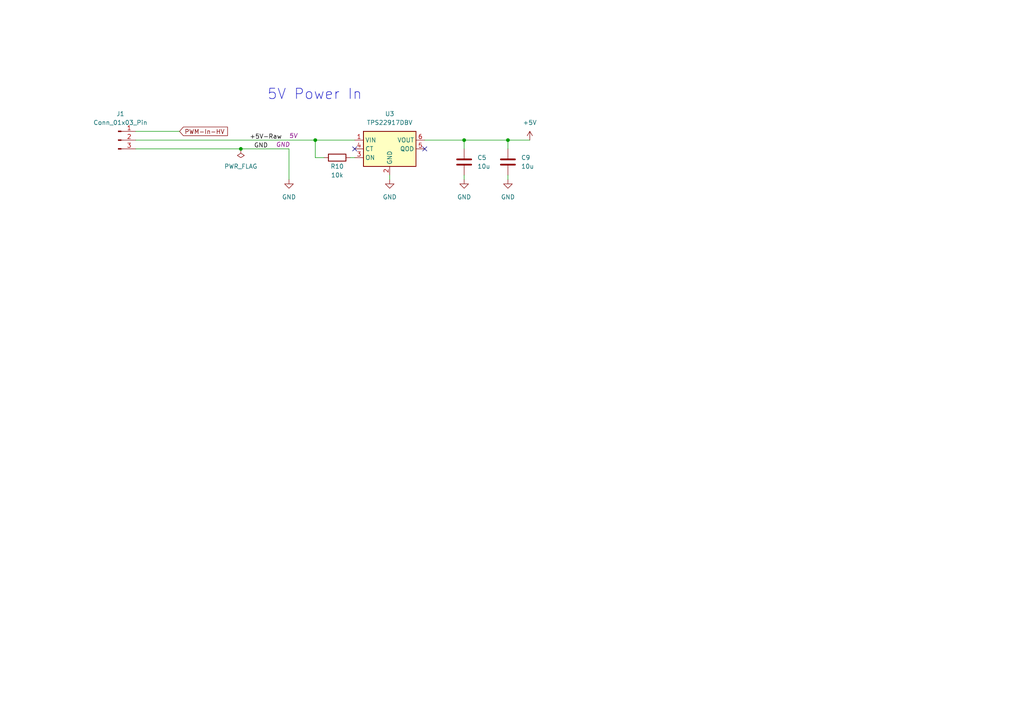
<source format=kicad_sch>
(kicad_sch (version 20230121) (generator eeschema)
  (paper "A4")
  (title_block (title "Hydrofoil Control") (date "2023-09-04") (rev "v1.1") (company "Tamás Nagy"))
  (lib_symbols
    (symbol "Connector:Conn_01x03_Pin" (pin_names (offset 1.016) hide)
      (property "Reference" "J" (at 0 5.08 0))
      (property "Value" "Conn_01x03_Pin" (at 0 -5.08 0))
      (symbol "Conn_01x03_Pin_1_1"
        (polyline (pts (xy 1.27 -2.54) (xy 0.8636 -2.54)) (stroke (width 0.1524)))
        (polyline (pts (xy 1.27 0) (xy 0.8636 0)) (stroke (width 0.1524)))
        (polyline (pts (xy 1.27 2.54) (xy 0.8636 2.54)) (stroke (width 0.1524)))
        (rectangle (start 0.8636 -2.413) (end 0 -2.667) (stroke (width 0.1524)) (fill (type outline)))
        (rectangle (start 0.8636 0.127) (end 0 -0.127) (stroke (width 0.1524)) (fill (type outline)))
        (rectangle (start 0.8636 2.667) (end 0 2.413) (stroke (width 0.1524)) (fill (type outline)))
        (pin passive line (at 5.08 2.54 180) (length 3.81) (name "Pin_1") (number "1"))
        (pin passive line (at 5.08 0 180) (length 3.81) (name "Pin_2") (number "2"))
        (pin passive line (at 5.08 -2.54 180) (length 3.81) (name "Pin_3") (number "3"))
      )
    )
    (symbol "Device:C" (pin_numbers hide) (pin_names (offset 0.254))
      (property "Reference" "C" (at 0.635 2.54 0))
      (property "Value" "C" (at 0.635 -2.54 0))
      (symbol "C_0_1"
        (polyline (pts (xy -2.032 -0.762) (xy 2.032 -0.762)) (stroke (width 0.508)))
        (polyline (pts (xy -2.032 0.762) (xy 2.032 0.762)) (stroke (width 0.508)))
      )
      (symbol "C_1_1"
        (pin passive line (at 0 3.81 270) (length 2.794) (name "~") (number "1"))
        (pin passive line (at 0 -3.81 90) (length 2.794) (name "~") (number "2"))
      )
    )
    (symbol "Device:R" (pin_numbers hide) (pin_names (offset 0))
      (property "Reference" "R" (at 2.032 0 90))
      (property "Value" "R" (at 0 0 90))
      (symbol "R_0_1"
        (rectangle (start -1.016 -2.54) (end 1.016 2.54) (stroke (width 0.254)))
      )
      (symbol "R_1_1"
        (pin passive line (at 0 3.81 270) (length 1.27) (name "~") (number "1"))
        (pin passive line (at 0 -3.81 90) (length 1.27) (name "~") (number "2"))
      )
    )
    (symbol "Power_Management:TPS22917DBV"
      (property "Reference" "U" (at -6.35 6.35 0))
      (property "Value" "TPS22917DBV" (at 2.54 6.35 0))
      (symbol "TPS22917DBV_0_1"
        (rectangle (start -7.62 5.08) (end 7.62 -5.08) (stroke (width 0.254)) (fill (type background)))
      )
      (symbol "TPS22917DBV_1_1"
        (pin power_in line (at -10.16 2.54 0) (length 2.54) (name "VIN") (number "1"))
        (pin power_in line (at 0 -7.62 90) (length 2.54) (name "GND") (number "2"))
        (pin input line (at -10.16 -2.54 0) (length 2.54) (name "ON") (number "3"))
        (pin output line (at -10.16 0 0) (length 2.54) (name "CT") (number "4"))
        (pin open_collector line (at 10.16 0 180) (length 2.54) (name "QOD") (number "5"))
        (pin power_out line (at 10.16 2.54 180) (length 2.54) (name "VOUT") (number "6"))
      )
    )
    (symbol "power:+5V" (power) (pin_names (offset 0))
      (property "Value" "+5V" (at 0 3.556 0))
      (symbol "+5V_0_1"
        (polyline (pts (xy -0.762 1.27) (xy 0 2.54)))
        (polyline (pts (xy 0 0) (xy 0 2.54)))
        (polyline (pts (xy 0 2.54) (xy 0.762 1.27)))
      )
      (symbol "+5V_1_1"
        (pin power_in line (at 0 0 90) (length 0) hide (name "+5V") (number "1"))
      )
    )
    (symbol "power:GND" (power) (pin_names (offset 0))
      (property "Value" "GND" (at 0 -3.81 0))
      (symbol "GND_0_1"
        (polyline (pts (xy 0 0) (xy 0 -1.27) (xy 1.27 -1.27) (xy 0 -2.54) (xy -1.27 -1.27) (xy 0 -1.27)))
      )
      (symbol "GND_1_1"
        (pin power_in line (at 0 0 270) (length 0) hide (name "GND") (number "1"))
      )
    )
    (symbol "power:PWR_FLAG" (power) (pin_numbers hide) (pin_names (offset 0) hide)
      (property "Value" "PWR_FLAG" (at 0 3.81 0))
      (symbol "PWR_FLAG_0_0"
        (pin power_out line (at 0 0 90) (length 0) (name "pwr") (number "1"))
      )
      (symbol "PWR_FLAG_0_1"
        (polyline (pts (xy 0 0) (xy 0 1.27) (xy -1.016 1.905) (xy 0 2.54) (xy 1.016 1.905) (xy 0 1.27)))
      )
    )
  )
  (junction (at 91.44 40.64))
  (junction (at 147.32 40.64))
  (junction (at 69.85 43.18))
  (junction (at 134.62 40.64))
  (no_connect (at 123.19 43.18))
  (no_connect (at 102.87 43.18))
  (wire (pts (xy 147.32 40.64) (xy 153.67 40.64)))
  (wire (pts (xy 123.19 40.64) (xy 134.62 40.64)))
  (wire (pts (xy 134.62 40.64) (xy 147.32 40.64)))
  (wire (pts (xy 113.03 50.8) (xy 113.03 52.07)))
  (wire (pts (xy 91.44 40.64) (xy 102.87 40.64)))
  (wire (pts (xy 39.37 43.18) (xy 69.85 43.18)))
  (wire (pts (xy 93.98 45.72) (xy 91.44 45.72)))
  (wire (pts (xy 101.6 45.72) (xy 102.87 45.72)))
  (wire (pts (xy 134.62 50.8) (xy 134.62 52.07)))
  (wire (pts (xy 39.37 38.1) (xy 52.07 38.1)))
  (wire (pts (xy 147.32 50.8) (xy 147.32 52.07)))
  (wire (pts (xy 134.62 40.64) (xy 134.62 43.18)))
  (wire (pts (xy 39.37 40.64) (xy 91.44 40.64)))
  (wire (pts (xy 147.32 40.64) (xy 147.32 43.18)))
  (wire (pts (xy 83.82 43.18) (xy 83.82 52.07)))
  (wire (pts (xy 69.85 43.18) (xy 83.82 43.18)))
  (wire (pts (xy 91.44 45.72) (xy 91.44 40.64)))
  (text "5V Power In" (at 77.47 29.21 0) (effects (font (size 3 3)) (justify left bottom)))
  (label "GND" (at 73.66 43.18 0) (property "Netclass" "GND" (at 80.01 41.91 0) (effects (font italic) (justify left))))
  (label "+5V-Raw" (at 72.39 40.64 0) (property "Netclass" "5V" (at 83.82 39.37 0) (effects (font italic) (justify left))))
  (global_label "PWM-In-HV" (shape input) (at 52.07 38.1 0) (property "Intersheetrefs" "${INTERSHEET_REFS}" (effects hide)) (property "Netclass" "Default" (effects hide)))
  (symbol (lib_id "Connector:Conn_01x03_Pin") (at 34.29 40.64 0) (unit 1) (in_bom no)
    (property "Reference" "J1" (at 34.925 33.02 0))
    (property "Value" "Conn_01x03_Pin" (at 34.925 35.56 0))
    (property "Footprint" "Custom_Footprints:Solder_Connector" (effects hide))
  )
  (symbol (lib_id "Device:R") (at 97.79 45.72 270) (unit 1)
    (property "Reference" "R10" (at 97.79 48.26 90))
    (property "Value" "10k" (at 97.79 50.8 90))
    (property "Footprint" "Resistor_SMD:R_0402_1005Metric_Pad0.72x0.64mm_HandSolder" (effects hide))
    (property "MPN" "0402WGF1002TCE" (effects hide))
  )
  (symbol (lib_id "power:GND") (at 113.03 52.07 0) (unit 1)
    (property "Reference" "#PWR022" (effects hide))
    (property "Value" "GND" (at 113.03 57.15 0))
  )
  (symbol (lib_id "power:GND") (at 134.62 52.07 0) (unit 1)
    (property "Reference" "#PWR023" (effects hide))
    (property "Value" "GND" (at 134.62 57.15 0))
  )
  (symbol (lib_id "Device:C") (at 134.62 46.99 0) (unit 1)
    (property "Reference" "C5" (at 138.43 45.72 0) (effects (justify left)))
    (property "Value" "10u" (at 138.43 48.26 0) (effects (justify left)))
    (property "Footprint" "Capacitor_SMD:C_0402_1005Metric_Pad0.74x0.62mm_HandSolder" (effects hide))
    (property "MPN" "CL05A106MP5NUNC" (effects hide))
  )
  (symbol (lib_id "power:PWR_FLAG") (at 69.85 43.18 180) (unit 1)
    (property "Reference" "#FLG01" (effects hide))
    (property "Value" "PWR_FLAG" (at 69.85 48.26 0))
  )
  (symbol (lib_id "power:+5V") (at 153.67 40.64 0) (unit 1)
    (property "Reference" "#PWR025" (effects hide))
    (property "Value" "+5V" (at 153.67 35.56 0))
  )
  (symbol (lib_id "power:GND") (at 83.82 52.07 0) (unit 1)
    (property "Reference" "#PWR020" (effects hide))
    (property "Value" "GND" (at 83.82 57.15 0))
  )
  (symbol (lib_id "Device:C") (at 147.32 46.99 0) (unit 1)
    (property "Reference" "C9" (at 151.13 45.72 0) (effects (justify left)))
    (property "Value" "10u" (at 151.13 48.26 0) (effects (justify left)))
    (property "Footprint" "Capacitor_SMD:C_0402_1005Metric_Pad0.74x0.62mm_HandSolder" (effects hide))
    (property "MPN" "CL05A106MP5NUNC" (effects hide))
  )
  (symbol (lib_id "Power_Management:TPS22917DBV") (at 113.03 43.18 0) (unit 1)
    (property "Reference" "U3" (at 113.03 33.02 0))
    (property "Value" "TPS22917DBV" (at 113.03 35.56 0))
    (property "Footprint" "Package_TO_SOT_SMD:SOT-23-6" (effects hide))
    (property "Datasheet" "http://www.ti.com/lit/ds/symlink/tps22917.pdf" (effects hide))
    (property "MPN" "TPS22917DBVR" (effects hide))
  )
  (symbol (lib_id "power:GND") (at 147.32 52.07 0) (unit 1)
    (property "Reference" "#PWR044" (effects hide))
    (property "Value" "GND" (at 147.32 57.15 0))
  )
)
</source>
